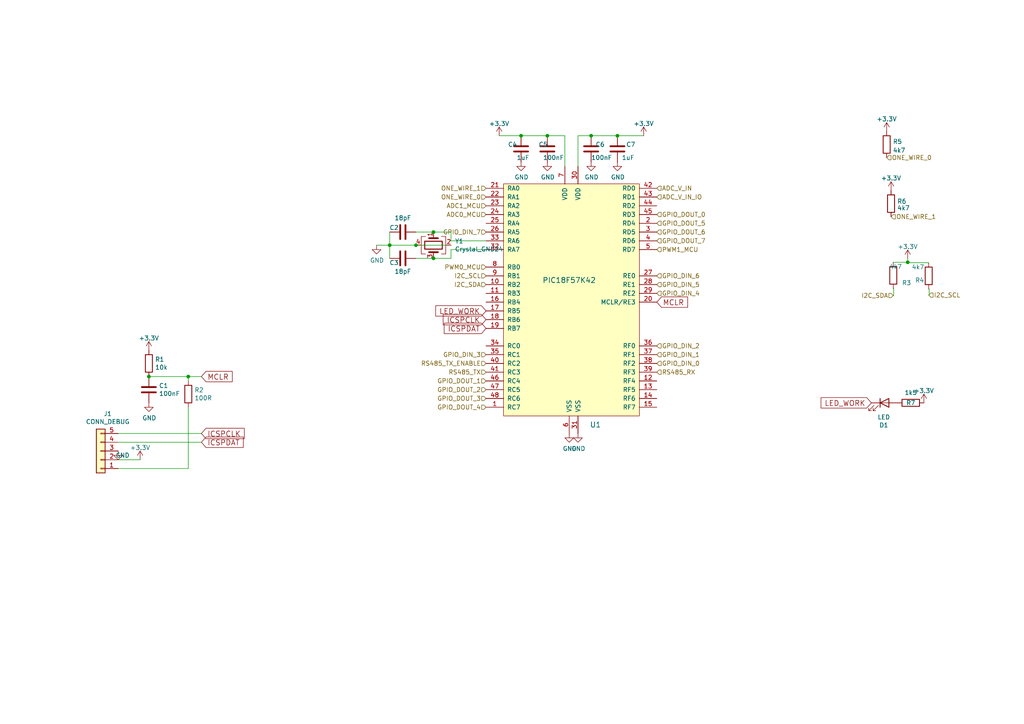
<source format=kicad_sch>
(kicad_sch (version 20230121) (generator eeschema)
  (paper "A4")
  (title_block (title "Room Board 003") (date "2018-06-15") (rev "001") (company "Jiří Husák"))
  (lib_symbols
    (symbol "+3.3V_1" (power) (pin_names (offset 0))
      (property "Value" "+3.3V_1" (at 0 3.556 0))
      (symbol "+3.3V_1_0_1"
        (polyline (pts (xy -0.762 1.27) (xy 0 2.54)))
        (polyline (pts (xy 0 0) (xy 0 2.54)))
        (polyline (pts (xy 0 2.54) (xy 0.762 1.27)))
      )
      (symbol "+3.3V_1_1_1"
        (pin power_in line (at 0 0 90) (length 0) hide (name "+3.3V") (number "1"))
      )
    )
    (symbol "+3.3V_2" (power) (pin_names (offset 0))
      (property "Value" "+3.3V_2" (at 0 3.556 0))
      (symbol "+3.3V_2_0_1"
        (polyline (pts (xy -0.762 1.27) (xy 0 2.54)))
        (polyline (pts (xy 0 0) (xy 0 2.54)))
        (polyline (pts (xy 0 2.54) (xy 0.762 1.27)))
      )
      (symbol "+3.3V_2_1_1"
        (pin power_in line (at 0 0 90) (length 0) hide (name "+3.3V") (number "1"))
      )
    )
    (symbol "Connector_Generic:Conn_01x05" (pin_names (offset 1.016) hide)
      (property "Reference" "J" (at 0 7.62 0))
      (property "Value" "Conn_01x05" (at 0 -7.62 0))
      (symbol "Conn_01x05_1_1"
        (rectangle (start -1.27 -4.953) (end 0 -5.207) (stroke (width 0.1524)))
        (rectangle (start -1.27 -2.413) (end 0 -2.667) (stroke (width 0.1524)))
        (rectangle (start -1.27 0.127) (end 0 -0.127) (stroke (width 0.1524)))
        (rectangle (start -1.27 2.667) (end 0 2.413) (stroke (width 0.1524)))
        (rectangle (start -1.27 5.207) (end 0 4.953) (stroke (width 0.1524)))
        (rectangle (start -1.27 6.35) (end 1.27 -6.35) (stroke (width 0.254)) (fill (type background)))
        (pin passive line (at -5.08 5.08 0) (length 3.81) (name "Pin_1") (number "1"))
        (pin passive line (at -5.08 2.54 0) (length 3.81) (name "Pin_2") (number "2"))
        (pin passive line (at -5.08 0 0) (length 3.81) (name "Pin_3") (number "3"))
        (pin passive line (at -5.08 -2.54 0) (length 3.81) (name "Pin_4") (number "4"))
        (pin passive line (at -5.08 -5.08 0) (length 3.81) (name "Pin_5") (number "5"))
      )
    )
    (symbol "Device:C" (pin_numbers hide) (pin_names (offset 0.254))
      (property "Reference" "C" (at 0.635 2.54 0))
      (property "Value" "C" (at 0.635 -2.54 0))
      (symbol "C_0_1"
        (polyline (pts (xy -2.032 -0.762) (xy 2.032 -0.762)) (stroke (width 0.508)))
        (polyline (pts (xy -2.032 0.762) (xy 2.032 0.762)) (stroke (width 0.508)))
      )
      (symbol "C_1_1"
        (pin passive line (at 0 3.81 270) (length 2.794) (name "~") (number "1"))
        (pin passive line (at 0 -3.81 90) (length 2.794) (name "~") (number "2"))
      )
    )
    (symbol "Device:Crystal_GND24" (pin_names (offset 1.016) hide)
      (property "Reference" "Y" (at 3.175 5.08 0))
      (property "Value" "Crystal_GND24" (at 3.175 3.175 0))
      (symbol "Crystal_GND24_0_1"
        (rectangle (start -1.143 2.54) (end 1.143 -2.54) (stroke (width 0.3048)))
        (polyline (pts (xy -2.54 0) (xy -2.032 0)))
        (polyline (pts (xy -2.032 -1.27) (xy -2.032 1.27)) (stroke (width 0.508)))
        (polyline (pts (xy 0 -3.81) (xy 0 -3.556)))
        (polyline (pts (xy 0 3.556) (xy 0 3.81)))
        (polyline (pts (xy 2.032 -1.27) (xy 2.032 1.27)) (stroke (width 0.508)))
        (polyline (pts (xy 2.032 0) (xy 2.54 0)))
        (polyline (pts (xy -2.54 -2.286) (xy -2.54 -3.556) (xy 2.54 -3.556) (xy 2.54 -2.286)))
        (polyline (pts (xy -2.54 2.286) (xy -2.54 3.556) (xy 2.54 3.556) (xy 2.54 2.286)))
      )
      (symbol "Crystal_GND24_1_1"
        (pin passive line (at -3.81 0 0) (length 1.27) (name "1") (number "1"))
        (pin passive line (at 0 5.08 270) (length 1.27) (name "2") (number "2"))
        (pin passive line (at 3.81 0 180) (length 1.27) (name "3") (number "3"))
        (pin passive line (at 0 -5.08 90) (length 1.27) (name "4") (number "4"))
      )
    )
    (symbol "Device:LED" (pin_numbers hide) (pin_names (offset 1.016) hide)
      (property "Reference" "D" (at 0 2.54 0))
      (property "Value" "LED" (at 0 -2.54 0))
      (symbol "LED_0_1"
        (polyline (pts (xy -1.27 -1.27) (xy -1.27 1.27)) (stroke (width 0.254)))
        (polyline (pts (xy -1.27 0) (xy 1.27 0)))
        (polyline (pts (xy 1.27 -1.27) (xy 1.27 1.27) (xy -1.27 0) (xy 1.27 -1.27)) (stroke (width 0.254)))
        (polyline (pts (xy -3.048 -0.762) (xy -4.572 -2.286) (xy -3.81 -2.286) (xy -4.572 -2.286) (xy -4.572 -1.524)))
        (polyline (pts (xy -1.778 -0.762) (xy -3.302 -2.286) (xy -2.54 -2.286) (xy -3.302 -2.286) (xy -3.302 -1.524)))
      )
      (symbol "LED_1_1"
        (pin passive line (at -3.81 0 0) (length 2.54) (name "K") (number "1"))
        (pin passive line (at 3.81 0 180) (length 2.54) (name "A") (number "2"))
      )
    )
    (symbol "Device:R" (pin_numbers hide) (pin_names (offset 0))
      (property "Reference" "R" (at 2.032 0 90))
      (property "Value" "R" (at 0 0 90))
      (symbol "R_0_1"
        (rectangle (start -1.016 -2.54) (end 1.016 2.54) (stroke (width 0.254)))
      )
      (symbol "R_1_1"
        (pin passive line (at 0 3.81 270) (length 1.27) (name "~") (number "1"))
        (pin passive line (at 0 -3.81 90) (length 1.27) (name "~") (number "2"))
      )
    )
    (symbol "PIC:PIC18F57K42" (pin_names (offset 1.016))
      (property "Reference" "U" (at 0 -57.15 0))
      (property "Value" "PIC_PIC18F57K42" (at -1.27 7.62 0))
      (symbol "PIC18F57K42_0_1"
        (rectangle (start -20.32 21.59) (end 19.05 -45.72) (fill (type background)))
      )
      (symbol "PIC18F57K42_1_1"
        (pin bidirectional line (at -25.4 -43.18 0) (length 5.08) (name "RC7") (number "1"))
        (pin bidirectional line (at -25.4 -7.62 0) (length 5.08) (name "RB2") (number "10"))
        (pin bidirectional line (at -25.4 -10.16 0) (length 5.08) (name "RB3") (number "11"))
        (pin bidirectional line (at 24.13 -35.56 180) (length 5.08) (name "RF4") (number "12"))
        (pin bidirectional line (at 24.13 -38.1 180) (length 5.08) (name "RF5") (number "13"))
        (pin bidirectional line (at 24.13 -40.64 180) (length 5.08) (name "RF6") (number "14"))
        (pin bidirectional line (at 24.13 -43.18 180) (length 5.08) (name "RF7") (number "15"))
        (pin bidirectional line (at -25.4 -12.7 0) (length 5.08) (name "RB4") (number "16"))
        (pin bidirectional line (at -25.4 -15.24 0) (length 5.08) (name "RB5") (number "17"))
        (pin bidirectional line (at -25.4 -17.78 0) (length 5.08) (name "RB6") (number "18"))
        (pin bidirectional line (at -25.4 -20.32 0) (length 5.08) (name "RB7") (number "19"))
        (pin bidirectional line (at 24.13 10.16 180) (length 5.08) (name "RD4") (number "2"))
        (pin bidirectional line (at 24.13 -12.7 180) (length 5.08) (name "MCLR/RE3") (number "20"))
        (pin bidirectional line (at -25.4 20.32 0) (length 5.08) (name "RA0") (number "21"))
        (pin bidirectional line (at -25.4 17.78 0) (length 5.08) (name "RA1") (number "22"))
        (pin bidirectional line (at -25.4 15.24 0) (length 5.08) (name "RA2") (number "23"))
        (pin bidirectional line (at -25.4 12.7 0) (length 5.08) (name "RA3") (number "24"))
        (pin bidirectional line (at -25.4 10.16 0) (length 5.08) (name "RA4") (number "25"))
        (pin bidirectional line (at -25.4 7.62 0) (length 5.08) (name "RA5") (number "26"))
        (pin bidirectional line (at 24.13 -5.08 180) (length 5.08) (name "RE0") (number "27"))
        (pin bidirectional line (at 24.13 -7.62 180) (length 5.08) (name "RE1") (number "28"))
        (pin bidirectional line (at 24.13 -10.16 180) (length 5.08) (name "RE2") (number "29"))
        (pin bidirectional line (at 24.13 7.62 180) (length 5.08) (name "RD5") (number "3"))
        (pin input line (at 1.27 26.67 270) (length 5.08) (name "VDD") (number "30"))
        (pin input line (at 1.27 -50.8 90) (length 5.08) (name "VSS") (number "31"))
        (pin bidirectional line (at -25.4 2.54 0) (length 5.08) (name "RA7") (number "32"))
        (pin bidirectional line (at -25.4 5.08 0) (length 5.08) (name "RA6") (number "33"))
        (pin bidirectional line (at -25.4 -25.4 0) (length 5.08) (name "RC0") (number "34"))
        (pin bidirectional line (at -25.4 -27.94 0) (length 5.08) (name "RC1") (number "35"))
        (pin bidirectional line (at 24.13 -25.4 180) (length 5.08) (name "RF0") (number "36"))
        (pin bidirectional line (at 24.13 -27.94 180) (length 5.08) (name "RF1") (number "37"))
        (pin bidirectional line (at 24.13 -30.48 180) (length 5.08) (name "RF2") (number "38"))
        (pin bidirectional line (at 24.13 -33.02 180) (length 5.08) (name "RF3") (number "39"))
        (pin bidirectional line (at 24.13 5.08 180) (length 5.08) (name "RD6") (number "4"))
        (pin bidirectional line (at -25.4 -30.48 0) (length 5.08) (name "RC2") (number "40"))
        (pin bidirectional line (at -25.4 -33.02 0) (length 5.08) (name "RC3") (number "41"))
        (pin bidirectional line (at 24.13 20.32 180) (length 5.08) (name "RD0") (number "42"))
        (pin bidirectional line (at 24.13 17.78 180) (length 5.08) (name "RD1") (number "43"))
        (pin bidirectional line (at 24.13 15.24 180) (length 5.08) (name "RD2") (number "44"))
        (pin bidirectional line (at 24.13 12.7 180) (length 5.08) (name "RD3") (number "45"))
        (pin bidirectional line (at -25.4 -35.56 0) (length 5.08) (name "RC4") (number "46"))
        (pin bidirectional line (at -25.4 -38.1 0) (length 5.08) (name "RC5") (number "47"))
        (pin bidirectional line (at -25.4 -40.64 0) (length 5.08) (name "RC6") (number "48"))
        (pin bidirectional line (at 24.13 2.54 180) (length 5.08) (name "RD7") (number "5"))
        (pin input line (at -1.27 -50.8 90) (length 5.08) (name "VSS") (number "6"))
        (pin input line (at -2.54 26.67 270) (length 5.08) (name "VDD") (number "7"))
        (pin bidirectional line (at -25.4 -2.54 0) (length 5.08) (name "RB0") (number "8"))
        (pin bidirectional line (at -25.4 -5.08 0) (length 5.08) (name "RB1") (number "9"))
      )
    )
    (symbol "power:GND" (power) (pin_names (offset 0))
      (property "Value" "GND" (at 0 -3.81 0))
      (symbol "GND_0_1"
        (polyline (pts (xy 0 0) (xy 0 -1.27) (xy 1.27 -1.27) (xy 0 -2.54) (xy -1.27 -1.27) (xy 0 -1.27)))
      )
      (symbol "GND_1_1"
        (pin power_in line (at 0 0 270) (length 0) hide (name "GND") (number "1"))
      )
    )
  )
  (junction (at 151.13 39.37))
  (junction (at 171.45 39.37))
  (junction (at 263.271 76.073))
  (junction (at 125.73 74.93))
  (junction (at 120.65 71.12))
  (junction (at 43.18 109.22))
  (junction (at 125.73 67.31))
  (junction (at 113.03 71.12))
  (junction (at 158.75 39.37))
  (junction (at 179.07 39.37))
  (junction (at 54.61 109.22))
  (wire (pts (xy 130.81 69.85) (xy 140.97 69.85)))
  (wire (pts (xy 263.271 76.073) (xy 263.271 75.057)))
  (wire (pts (xy 34.29 133.35) (xy 40.64 133.35)))
  (wire (pts (xy 269.494 85.598) (xy 269.494 83.82)))
  (wire (pts (xy 179.07 39.37) (xy 186.69 39.37)))
  (wire (pts (xy 158.75 39.37) (xy 163.83 39.37)))
  (wire (pts (xy 54.61 110.49) (xy 54.61 109.22)))
  (wire (pts (xy 259.207 83.693) (xy 259.207 85.725)))
  (wire (pts (xy 113.03 74.93) (xy 113.03 71.12)))
  (wire (pts (xy 54.61 109.22) (xy 43.18 109.22)))
  (wire (pts (xy 125.73 74.93) (xy 130.81 74.93)))
  (wire (pts (xy 167.64 39.37) (xy 171.45 39.37)))
  (wire (pts (xy 34.29 128.27) (xy 58.42 128.27)))
  (wire (pts (xy 113.03 71.12) (xy 120.65 71.12)))
  (wire (pts (xy 109.22 71.12) (xy 113.03 71.12)))
  (wire (pts (xy 269.367 76.2) (xy 263.271 76.2)))
  (wire (pts (xy 130.81 67.31) (xy 130.81 69.85)))
  (wire (pts (xy 167.64 48.26) (xy 167.64 39.37)))
  (wire (pts (xy 54.61 135.89) (xy 54.61 118.11)))
  (wire (pts (xy 113.03 71.12) (xy 113.03 67.31)))
  (wire (pts (xy 54.61 109.22) (xy 58.42 109.22)))
  (wire (pts (xy 130.81 74.93) (xy 130.81 72.39)))
  (wire (pts (xy 125.73 67.31) (xy 130.81 67.31)))
  (wire (pts (xy 130.81 72.39) (xy 140.97 72.39)))
  (wire (pts (xy 151.13 39.37) (xy 158.75 39.37)))
  (wire (pts (xy 120.65 74.93) (xy 125.73 74.93)))
  (wire (pts (xy 163.83 48.26) (xy 163.83 39.37)))
  (wire (pts (xy 34.29 125.73) (xy 58.42 125.73)))
  (wire (pts (xy 130.81 71.12) (xy 120.65 71.12)))
  (wire (pts (xy 263.271 76.073) (xy 263.271 76.2)))
  (wire (pts (xy 269.367 85.598) (xy 269.494 85.598)))
  (wire (pts (xy 259.08 83.693) (xy 259.207 83.693)))
  (wire (pts (xy 259.08 76.073) (xy 263.271 76.073)))
  (wire (pts (xy 269.494 83.82) (xy 269.367 83.82)))
  (wire (pts (xy 259.08 85.725) (xy 259.207 85.725)))
  (wire (pts (xy 171.45 39.37) (xy 179.07 39.37)))
  (wire (pts (xy 34.29 135.89) (xy 54.61 135.89)))
  (wire (pts (xy 144.78 39.37) (xy 151.13 39.37)))
  (wire (pts (xy 120.65 67.31) (xy 125.73 67.31)))
  (global_label "LED_WORK" (shape input) (at 140.97 90.17 180) (effects (font (size 1.524 1.524))) (property "Intersheetrefs" "${INTERSHEET_REFS}" (effects hide)))
  (global_label "LED_WORK" (shape input) (at 252.73 116.84 180) (effects (font (size 1.524 1.524))) (property "Intersheetrefs" "${INTERSHEET_REFS}" (effects hide)))
  (global_label "ICSPDAT" (shape input) (at 140.97 95.25 180) (effects (font (size 1.524 1.524))) (property "Intersheetrefs" "${INTERSHEET_REFS}" (effects hide)))
  (global_label "MCLR" (shape input) (at 190.5 87.63 0) (effects (font (size 1.524 1.524))) (property "Intersheetrefs" "${INTERSHEET_REFS}" (effects hide)))
  (global_label "MCLR" (shape input) (at 58.42 109.22 0) (effects (font (size 1.524 1.524))) (property "Intersheetrefs" "${INTERSHEET_REFS}" (effects hide)))
  (global_label "ICSPCLK" (shape input) (at 140.97 92.71 180) (effects (font (size 1.524 1.524))) (property "Intersheetrefs" "${INTERSHEET_REFS}" (effects hide)))
  (global_label "ICSPCLK" (shape input) (at 58.42 125.73 0) (effects (font (size 1.524 1.524))) (property "Intersheetrefs" "${INTERSHEET_REFS}" (effects hide)))
  (global_label "ICSPDAT" (shape input) (at 58.42 128.27 0) (effects (font (size 1.524 1.524))) (property "Intersheetrefs" "${INTERSHEET_REFS}" (effects hide)))
  (hierarchical_label "GPIO_DIN_4" (shape input) (at 190.5 85.09 0))
  (hierarchical_label "GPIO_DIN_5" (shape input) (at 190.5 82.55 0))
  (hierarchical_label "GPIO_DIN_3" (shape input) (at 140.97 102.87 180))
  (hierarchical_label "GPIO_DIN_7" (shape input) (at 140.97 67.31 180))
  (hierarchical_label "GPIO_DIN_2" (shape input) (at 190.5 100.33 0))
  (hierarchical_label "GPIO_DOUT_1" (shape input) (at 140.97 110.49 180))
  (hierarchical_label "PWM0_MCU" (shape input) (at 140.97 77.47 180))
  (hierarchical_label "RS485_RX" (shape input) (at 190.5 107.95 0))
  (hierarchical_label "ONE_WIRE_0" (shape input) (at 257.175 45.72 0))
  (hierarchical_label "GPIO_DOUT_0" (shape input) (at 190.5 62.23 0))
  (hierarchical_label "GPIO_DOUT_3" (shape input) (at 140.97 115.57 180))
  (hierarchical_label "GPIO_DOUT_7" (shape input) (at 190.5 69.85 0))
  (hierarchical_label "GPIO_DIN_1" (shape input) (at 190.5 102.87 0))
  (hierarchical_label "I2C_SDA" (shape input) (at 259.08 85.725 180))
  (hierarchical_label "I2C_SCL" (shape input) (at 140.97 80.01 180))
  (hierarchical_label "ADC_V_IN_IO" (shape input) (at 190.5 57.15 0))
  (hierarchical_label "ADC_V_IN" (shape input) (at 190.5 54.61 0))
  (hierarchical_label "I2C_SDA" (shape input) (at 140.97 82.55 180))
  (hierarchical_label "RS485_TX_ENABLE" (shape input) (at 140.97 105.41 180))
  (hierarchical_label "ONE_WIRE_1" (shape input) (at 258.445 62.865 0))
  (hierarchical_label "GPIO_DOUT_4" (shape input) (at 140.97 118.11 180))
  (hierarchical_label "ADC1_MCU" (shape input) (at 140.97 59.69 180))
  (hierarchical_label "GPIO_DOUT_5" (shape input) (at 190.5 64.77 0))
  (hierarchical_label "GPIO_DOUT_6" (shape input) (at 190.5 67.31 0))
  (hierarchical_label "GPIO_DIN_6" (shape input) (at 190.5 80.01 0))
  (hierarchical_label "RS485_TX" (shape input) (at 140.97 107.95 180))
  (hierarchical_label "I2C_SCL" (shape input) (at 269.367 85.598 0))
  (hierarchical_label "ONE_WIRE_0" (shape input) (at 140.97 57.15 180))
  (hierarchical_label "PWM1_MCU" (shape input) (at 190.5 72.39 0))
  (hierarchical_label "ONE_WIRE_1" (shape input) (at 140.97 54.61 180))
  (hierarchical_label "ADC0_MCU" (shape input) (at 140.97 62.23 180))
  (hierarchical_label "GPIO_DIN_0" (shape input) (at 190.5 105.41 0))
  (hierarchical_label "GPIO_DOUT_2" (shape input) (at 140.97 113.03 180))
  (symbol (lib_id "Connector_Generic:Conn_01x05") (at 29.21 130.81 180) (unit 1)
    (property "Reference" "J1" (at 31.242 120.015 0))
    (property "Value" "CONN_DEBUG" (at 31.242 122.3264 0))
    (property "Footprint" "Connector_PinHeader_2.54mm:PinHeader_1x05_P2.54mm_Vertical" (effects hide))
  )
  (symbol (lib_id "Device:C") (at 158.75 43.18 0) (unit 1)
    (property "Reference" "C5" (at 156.21 41.91 0) (effects (justify left)))
    (property "Value" "100nF" (at 157.48 45.72 0) (effects (justify left)))
    (property "Footprint" "Capacitor_SMD:C_0805_2012Metric" (effects hide))
  )
  (symbol (lib_id "Device:C") (at 151.13 43.18 0) (unit 1)
    (property "Reference" "C4" (at 147.32 41.91 0) (effects (justify left)))
    (property "Value" "1uF" (at 149.86 45.72 0) (effects (justify left)))
    (property "Footprint" "Capacitor_SMD:C_0805_2012Metric" (effects hide))
  )
  (symbol (lib_id "Device:C") (at 171.45 43.18 0) (unit 1)
    (property "Reference" "C6" (at 172.72 41.91 0) (effects (justify left)))
    (property "Value" "100nF" (at 171.45 45.72 0) (effects (justify left)))
    (property "Footprint" "Capacitor_SMD:C_0805_2012Metric" (effects hide))
  )
  (symbol (lib_id "Device:C") (at 179.07 43.18 0) (unit 1)
    (property "Reference" "C7" (at 181.61 41.91 0) (effects (justify left)))
    (property "Value" "1uF" (at 180.34 45.72 0) (effects (justify left)))
    (property "Footprint" "Capacitor_SMD:C_0805_2012Metric" (effects hide))
  )
  (symbol (lib_id "power:GND") (at 158.75 46.99 0) (unit 1)
    (property "Reference" "#PWR010" (effects hide))
    (property "Value" "GND" (at 158.877 51.3842 0))
  )
  (symbol (lib_id "power:GND") (at 151.13 46.99 0) (unit 1)
    (property "Reference" "#PWR09" (effects hide))
    (property "Value" "GND" (at 151.257 51.3842 0))
  )
  (symbol (lib_id "power:GND") (at 171.45 46.99 0) (unit 1)
    (property "Reference" "#PWR013" (effects hide))
    (property "Value" "GND" (at 171.577 51.3842 0))
  )
  (symbol (lib_id "power:GND") (at 179.07 46.99 0) (unit 1)
    (property "Reference" "#PWR014" (effects hide))
    (property "Value" "GND" (at 179.197 51.3842 0))
  )
  (symbol (lib_id "power:GND") (at 34.29 130.81 0) (unit 1)
    (property "Reference" "#PWR02" (effects hide))
    (property "Value" "GND" (at 35.56 132.08 0))
  )
  (symbol (lib_id "Device:R") (at 54.61 114.3 0) (unit 1)
    (property "Reference" "R2" (at 56.388 113.1316 0) (effects (justify left)))
    (property "Value" "100R" (at 56.388 115.443 0) (effects (justify left)))
    (property "Footprint" "Resistor_SMD:R_0805_2012Metric" (effects hide))
  )
  (symbol (lib_id "Device:C") (at 43.18 113.03 0) (unit 1)
    (property "Reference" "C1" (at 46.101 111.8616 0) (effects (justify left)))
    (property "Value" "100nF" (at 46.101 114.173 0) (effects (justify left)))
    (property "Footprint" "Capacitor_SMD:C_0805_2012Metric" (effects hide))
  )
  (symbol (lib_id "Device:R") (at 43.18 105.41 0) (unit 1)
    (property "Reference" "R1" (at 44.958 104.2416 0) (effects (justify left)))
    (property "Value" "10k" (at 44.958 106.553 0) (effects (justify left)))
    (property "Footprint" "Resistor_SMD:R_0805_2012Metric" (effects hide))
  )
  (symbol (lib_id "power:GND") (at 43.18 116.84 0) (unit 1)
    (property "Reference" "#PWR05" (effects hide))
    (property "Value" "GND" (at 43.307 121.2342 0))
  )
  (symbol (lib_id "Device:C") (at 116.84 67.31 270) (unit 1)
    (property "Reference" "C2" (at 114.3 66.04 90))
    (property "Value" "18pF" (at 116.84 63.2206 90))
    (property "Footprint" "Capacitor_SMD:C_0805_2012Metric" (effects hide))
  )
  (symbol (lib_id "Device:C") (at 116.84 74.93 270) (unit 1)
    (property "Reference" "C3" (at 114.3 76.2 90))
    (property "Value" "18pF" (at 116.84 78.74 90))
    (property "Footprint" "Capacitor_SMD:C_0805_2012Metric" (effects hide))
  )
  (symbol (lib_id "power:GND") (at 109.22 71.12 0) (unit 1)
    (property "Reference" "#PWR07" (effects hide))
    (property "Value" "GND" (at 109.347 75.5142 0))
  )
  (symbol (lib_id "Device:LED") (at 256.54 116.84 0) (unit 1)
    (property "Reference" "D1" (at 256.3368 123.317 0))
    (property "Value" "LED" (at 256.3368 121.0056 0))
    (property "Footprint" "LED_SMD:LED_0805_2012Metric_Pad1.15x1.40mm_HandSolder" (effects hide))
  )
  (symbol (lib_id "Device:R") (at 264.16 116.84 270) (unit 1)
    (property "Reference" "R7" (at 264.16 116.84 90))
    (property "Value" "1k5" (at 264.16 113.8936 90))
    (property "Footprint" "Resistor_SMD:R_0805_2012Metric" (effects hide))
  )
  (symbol (lib_id "Device:R") (at 259.08 79.883 180) (unit 1)
    (property "Reference" "R3" (at 264.287 82.042 0) (effects (justify left)))
    (property "Value" "4k7" (at 261.62 77.343 0) (effects (justify left)))
    (property "Footprint" "Resistor_SMD:R_0805_2012Metric" (effects hide))
  )
  (symbol (lib_id "Device:R") (at 269.367 80.01 180) (unit 1)
    (property "Reference" "R4" (at 268.097 81.28 0) (effects (justify left)))
    (property "Value" "4k7" (at 268.097 77.47 0) (effects (justify left)))
    (property "Footprint" "Resistor_SMD:R_0805_2012Metric" (effects hide))
  )
  (symbol (lib_id "PIC:PIC18F57K42") (at 166.37 74.93 0) (unit 1)
    (property "Reference" "U1" (at 172.72 123.19 0) (effects (font (size 1.524 1.524))))
    (property "Value" "PIC18F57K42" (at 165.1 81.28 0) (effects (font (size 1.524 1.524))))
    (property "Footprint" "Package_QFP:TQFP-48_7x7mm_P0.5mm" (effects hide))
  )
  (symbol (lib_id "power:GND") (at 165.1 125.73 0) (unit 1)
    (property "Reference" "#PWR011" (effects hide))
    (property "Value" "GND" (at 165.227 130.1242 0))
  )
  (symbol (lib_id "power:GND") (at 167.64 125.73 0) (unit 1)
    (property "Reference" "#PWR012" (effects hide))
    (property "Value" "GND" (at 167.767 130.1242 0))
  )
  (symbol (lib_id "Device:Crystal_GND24") (at 125.73 71.12 270) (unit 1)
    (property "Reference" "Y1" (at 131.9276 69.9516 90) (effects (justify left)))
    (property "Value" "Crystal_GND24" (at 131.9276 72.263 90) (effects (justify left)))
    (property "Footprint" "Crystal:Crystal_SMD_SeikoEpson_FA238-4Pin_3.2x2.5mm" (effects hide))
  )
  (symbol (lib_name "+3.3V_2") (lib_id "power:+3.3V") (at 186.69 39.37 0) (unit 1)
    (property "Reference" "#PWR015" (effects hide))
    (property "Value" "+3.3V" (at 186.69 35.8681 0))
  )
  (symbol (lib_name "+3.3V_2") (lib_id "power:+3.3V") (at 144.78 39.37 0) (unit 1)
    (property "Reference" "#PWR08" (effects hide))
    (property "Value" "+3.3V" (at 144.78 35.8681 0))
  )
  (symbol (lib_name "+3.3V_2") (lib_id "power:+3.3V") (at 40.64 133.35 0) (unit 1)
    (property "Reference" "#PWR03" (effects hide))
    (property "Value" "+3.3V" (at 40.64 129.8481 0))
  )
  (symbol (lib_name "+3.3V_1") (lib_id "power:+3.3V") (at 257.175 38.1 0) (unit 1)
    (property "Reference" "#PWR016" (effects hide))
    (property "Value" "+3.3V" (at 257.175 34.5242 0))
  )
  (symbol (lib_id "Device:R") (at 257.175 41.91 0) (unit 1)
    (property "Reference" "R5" (at 258.953 41.0753 0) (effects (justify left)))
    (property "Value" "4k7" (at 258.953 43.6122 0) (effects (justify left)))
    (property "Footprint" "Resistor_SMD:R_0805_2012Metric" (effects hide))
  )
  (symbol (lib_name "+3.3V_2") (lib_id "power:+3.3V") (at 267.97 116.84 0) (unit 1)
    (property "Reference" "#PWR018" (effects hide))
    (property "Value" "+3.3V" (at 267.97 113.3381 0))
  )
  (symbol (lib_name "+3.3V_1") (lib_id "power:+3.3V") (at 258.445 55.245 0) (unit 1)
    (property "Reference" "#PWR017" (effects hide))
    (property "Value" "+3.3V" (at 258.445 51.6692 0))
  )
  (symbol (lib_name "+3.3V_2") (lib_id "power:+3.3V") (at 263.271 75.057 0) (unit 1)
    (property "Reference" "#PWR06" (effects hide))
    (property "Value" "+3.3V" (at 263.271 71.5551 0))
  )
  (symbol (lib_name "+3.3V_2") (lib_id "power:+3.3V") (at 43.18 101.6 0) (unit 1)
    (property "Reference" "#PWR04" (effects hide))
    (property "Value" "+3.3V" (at 43.18 98.0981 0))
  )
  (symbol (lib_id "Device:R") (at 258.445 59.055 0) (unit 1)
    (property "Reference" "R6" (at 260.223 58.4113 0) (effects (justify left)))
    (property "Value" "4k7" (at 260.223 60.3323 0) (effects (justify left)))
    (property "Footprint" "Resistor_SMD:R_0805_2012Metric" (effects hide))
  )
)
</source>
